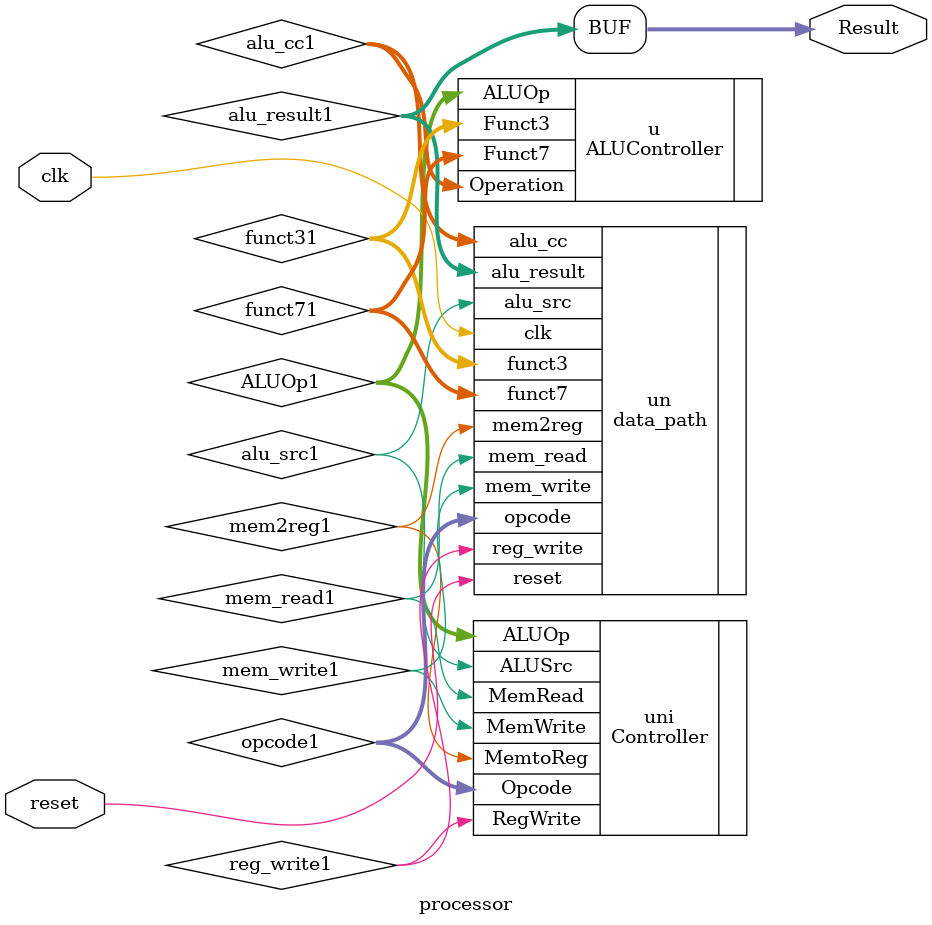
<source format=v>
`timescale 1ns / 1ps

module processor
(
    input clk, reset,
    
    output [31:0] Result
);

wire reg_write1;
wire mem2reg1;
wire alu_src1;
wire mem_write1;
wire mem_read1;
wire [3:0]alu_cc1;
wire [6:0]opcode1;
wire [6:0]funct71;
wire [2:0]funct31;
wire [31:0] alu_result1;

wire [1:0]ALUOp1;

data_path un(
    .clk(clk),
    .reset(reset),
    .alu_result(alu_result1),
    .reg_write(reg_write1),
    .mem2reg(mem2reg1),
    .alu_src(alu_src1),
    .mem_write(mem_write1),
    .mem_read(mem_read1),
    .alu_cc(alu_cc1),
    .opcode(opcode1),
    .funct7(funct71),
    .funct3(funct31)
);

Controller uni(
    .Opcode(opcode1),
    .ALUSrc(alu_src1),
    .MemtoReg(mem2reg1),
    .RegWrite(reg_write1),
    .MemRead(mem_read1),
    .MemWrite(mem_write1),
    .ALUOp(ALUOp1)
);

ALUController u(
    .ALUOp(ALUOp1),
    .Funct7(funct71),
    .Funct3(funct31),
    .Operation(alu_cc1)
);

assign Result = alu_result1;

endmodule

</source>
